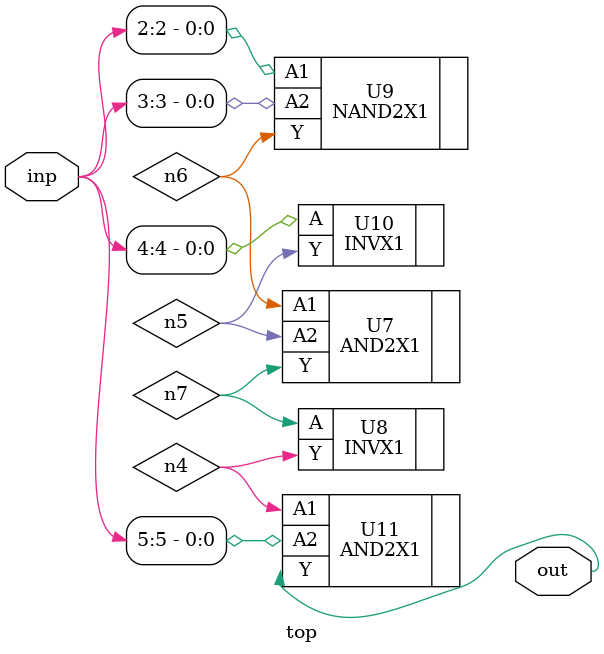
<source format=sv>


module top ( inp, out );
  input [5:0] inp;
  output out;
  wire   n4, n5, n6, n7;

  AND2X1 U7 ( .A1(n6), .A2(n5), .Y(n7) );
  INVX1 U8 ( .A(n7), .Y(n4) );
  NAND2X1 U9 ( .A1(inp[2]), .A2(inp[3]), .Y(n6) );
  INVX1 U10 ( .A(inp[4]), .Y(n5) );
  AND2X1 U11 ( .A1(n4), .A2(inp[5]), .Y(out) );
endmodule


</source>
